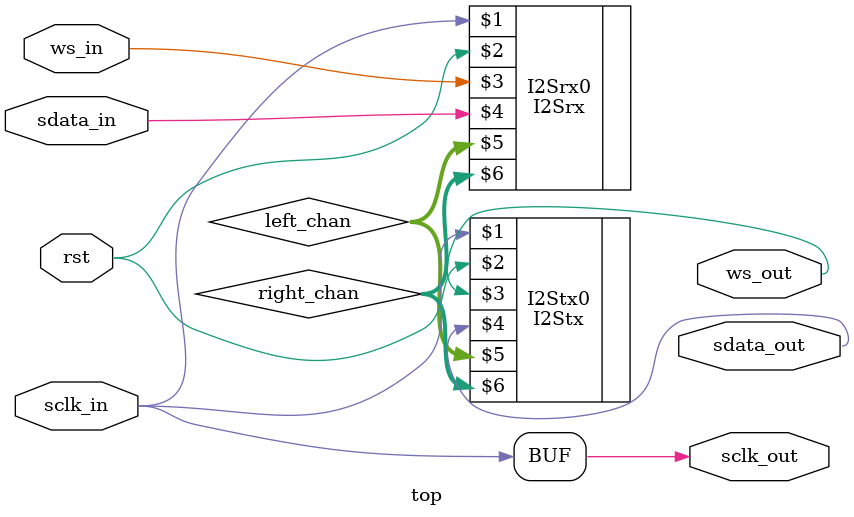
<source format=sv>
module top(
    input  logic sclk_in,
    input  logic rst,
    input  logic ws_in,
    input  logic sdata_in,
    output logic sclk_out,
    output logic ws_out,
    output logic sdata_out
           );

// Internal Logic
parameter WIDTH = 16;
logic [WIDTH-1:0] left_chan, right_chan;

// Instantiate modules
I2Stx #(WIDTH) I2Stx0 (sclk_in, rst, ws_out, sdata_out, left_chan, right_chan);
I2Srx #(WIDTH) I2Srx0 (sclk_in, rst, ws_in, sdata_in, left_chan, right_chan);

assign sclk_out = sclk_in;

endmodule
</source>
